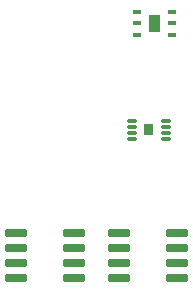
<source format=gbr>
%TF.GenerationSoftware,Altium Limited,Altium Designer,23.4.1 (23)*%
G04 Layer_Color=8421504*
%FSLAX45Y45*%
%MOMM*%
%TF.SameCoordinates,B91EE142-B30E-402A-A340-A1283DCE037E*%
%TF.FilePolarity,Positive*%
%TF.FileFunction,Paste,Top*%
%TF.Part,Single*%
G01*
G75*
%TA.AperFunction,SMDPad,CuDef*%
G04:AMPARAMS|DCode=10|XSize=1.9mm|YSize=0.6mm|CornerRadius=0.075mm|HoleSize=0mm|Usage=FLASHONLY|Rotation=180.000|XOffset=0mm|YOffset=0mm|HoleType=Round|Shape=RoundedRectangle|*
%AMROUNDEDRECTD10*
21,1,1.90000,0.45000,0,0,180.0*
21,1,1.75000,0.60000,0,0,180.0*
1,1,0.15000,-0.87500,0.22500*
1,1,0.15000,0.87500,0.22500*
1,1,0.15000,0.87500,-0.22500*
1,1,0.15000,-0.87500,-0.22500*
%
%ADD10ROUNDEDRECTD10*%
G04:AMPARAMS|DCode=11|XSize=0.76mm|YSize=0.42mm|CornerRadius=0.0525mm|HoleSize=0mm|Usage=FLASHONLY|Rotation=0.000|XOffset=0mm|YOffset=0mm|HoleType=Round|Shape=RoundedRectangle|*
%AMROUNDEDRECTD11*
21,1,0.76000,0.31500,0,0,0.0*
21,1,0.65500,0.42000,0,0,0.0*
1,1,0.10500,0.32750,-0.15750*
1,1,0.10500,-0.32750,-0.15750*
1,1,0.10500,-0.32750,0.15750*
1,1,0.10500,0.32750,0.15750*
%
%ADD11ROUNDEDRECTD11*%
G04:AMPARAMS|DCode=13|XSize=0.81mm|YSize=0.26mm|CornerRadius=0.0325mm|HoleSize=0mm|Usage=FLASHONLY|Rotation=180.000|XOffset=0mm|YOffset=0mm|HoleType=Round|Shape=RoundedRectangle|*
%AMROUNDEDRECTD13*
21,1,0.81000,0.19500,0,0,180.0*
21,1,0.74500,0.26000,0,0,180.0*
1,1,0.06500,-0.37250,0.09750*
1,1,0.06500,0.37250,0.09750*
1,1,0.06500,0.37250,-0.09750*
1,1,0.06500,-0.37250,-0.09750*
%
%ADD13ROUNDEDRECTD13*%
G36*
X1546500Y2802900D02*
X1628500D01*
Y2708900D01*
X1546500D01*
Y2802900D01*
D02*
G37*
G36*
X1685300Y3584600D02*
X1591300D01*
Y3730600D01*
X1685300D01*
Y3584600D01*
D02*
G37*
D10*
X956700Y1498600D02*
D03*
Y1625600D02*
D03*
Y1752600D02*
D03*
Y1879600D02*
D03*
X465700D02*
D03*
Y1752600D02*
D03*
Y1625600D02*
D03*
Y1498600D02*
D03*
X1828800D02*
D03*
Y1625600D02*
D03*
Y1752600D02*
D03*
Y1879600D02*
D03*
X1337800D02*
D03*
Y1752600D02*
D03*
Y1625600D02*
D03*
Y1498600D02*
D03*
D11*
X1489800Y3752600D02*
D03*
Y3657600D02*
D03*
Y3562600D02*
D03*
X1786800D02*
D03*
Y3657600D02*
D03*
Y3752600D02*
D03*
D13*
X1732500Y2680900D02*
D03*
Y2730900D02*
D03*
Y2780900D02*
D03*
Y2830900D02*
D03*
X1442500D02*
D03*
Y2780900D02*
D03*
Y2730900D02*
D03*
Y2680900D02*
D03*
%TF.MD5,37a1655990038a5e828781ee17f49730*%
M02*

</source>
